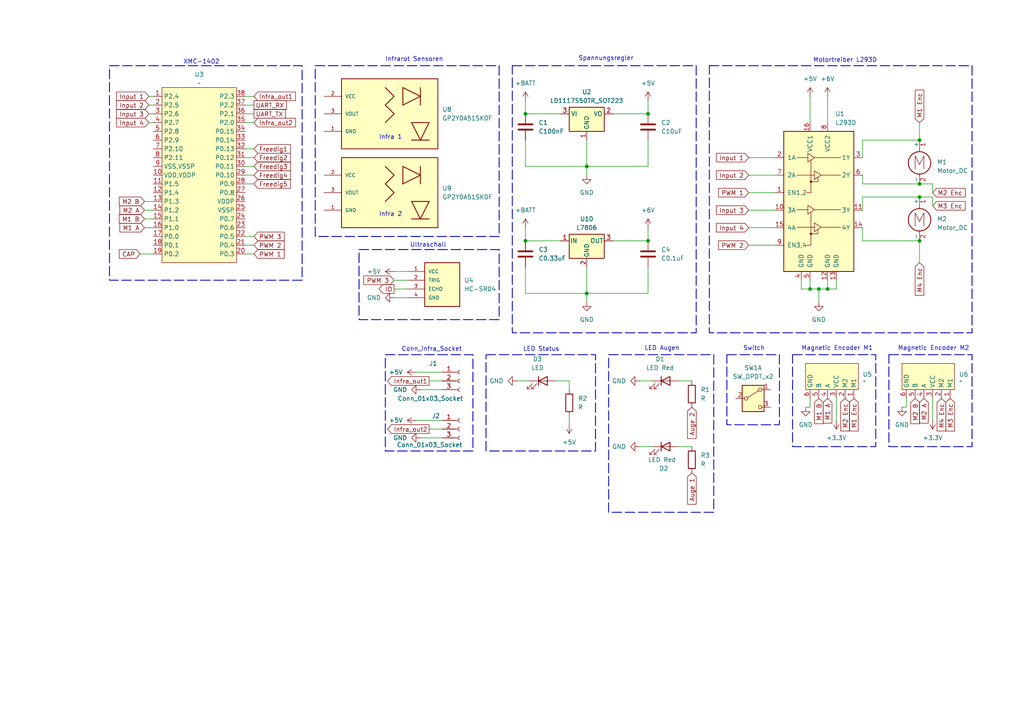
<source format=kicad_sch>
(kicad_sch (version 20231120) (generator "eeschema") (generator_version "8.0")
  (paper "A4")
  (title_block (title "Microrat") (date "2024-04-20"))
  (lib_symbols
    (symbol "Connector:Conn_01x03_Socket" (pin_names (offset 1.016) hide)
      (property "Reference" "J" (at 0 5.08 0))
      (property "Value" "Conn_01x03_Socket" (at 0 -5.08 0))
      (symbol "Conn_01x03_Socket_1_1"
        (arc (start 0 -2.032) (mid -0.5058 -2.54) (end 0 -3.048) (stroke (width 0.1524)))
        (polyline (pts (xy -1.27 -2.54) (xy -0.508 -2.54)) (stroke (width 0.1524)))
        (polyline (pts (xy -1.27 0) (xy -0.508 0)) (stroke (width 0.1524)))
        (polyline (pts (xy -1.27 2.54) (xy -0.508 2.54)) (stroke (width 0.1524)))
        (arc (start 0 0.508) (mid -0.5058 0) (end 0 -0.508) (stroke (width 0.1524)))
        (arc (start 0 3.048) (mid -0.5058 2.54) (end 0 2.032) (stroke (width 0.1524)))
        (pin passive line (at -5.08 2.54 0) (length 3.81) (name "Pin_1") (number "1"))
        (pin passive line (at -5.08 0 0) (length 3.81) (name "Pin_2") (number "2"))
        (pin passive line (at -5.08 -2.54 0) (length 3.81) (name "Pin_3") (number "3"))
      )
    )
    (symbol "Device:C" (pin_numbers hide) (pin_names (offset 0.254))
      (property "Reference" "C" (at 0.635 2.54 0))
      (property "Value" "C" (at 0.635 -2.54 0))
      (symbol "C_0_1"
        (polyline (pts (xy -2.032 -0.762) (xy 2.032 -0.762)) (stroke (width 0.508)))
        (polyline (pts (xy -2.032 0.762) (xy 2.032 0.762)) (stroke (width 0.508)))
      )
      (symbol "C_1_1"
        (pin passive line (at 0 3.81 270) (length 2.794) (name "~") (number "1"))
        (pin passive line (at 0 -3.81 90) (length 2.794) (name "~") (number "2"))
      )
    )
    (symbol "Device:LED" (pin_numbers hide) (pin_names (offset 1.016) hide)
      (property "Reference" "D" (at 0 2.54 0))
      (property "Value" "LED" (at 0 -2.54 0))
      (symbol "LED_0_1"
        (polyline (pts (xy -1.27 -1.27) (xy -1.27 1.27)) (stroke (width 0.254)))
        (polyline (pts (xy -1.27 0) (xy 1.27 0)))
        (polyline (pts (xy 1.27 -1.27) (xy 1.27 1.27) (xy -1.27 0) (xy 1.27 -1.27)) (stroke (width 0.254)))
        (polyline (pts (xy -3.048 -0.762) (xy -4.572 -2.286) (xy -3.81 -2.286) (xy -4.572 -2.286) (xy -4.572 -1.524)))
        (polyline (pts (xy -1.778 -0.762) (xy -3.302 -2.286) (xy -2.54 -2.286) (xy -3.302 -2.286) (xy -3.302 -1.524)))
      )
      (symbol "LED_1_1"
        (pin passive line (at -3.81 0 0) (length 2.54) (name "K") (number "1"))
        (pin passive line (at 3.81 0 180) (length 2.54) (name "A") (number "2"))
      )
    )
    (symbol "Device:R" (pin_numbers hide) (pin_names (offset 0))
      (property "Reference" "R" (at 2.032 0 90))
      (property "Value" "R" (at 0 0 90))
      (symbol "R_0_1"
        (rectangle (start -1.016 -2.54) (end 1.016 2.54) (stroke (width 0.254)))
      )
      (symbol "R_1_1"
        (pin passive line (at 0 3.81 270) (length 1.27) (name "~") (number "1"))
        (pin passive line (at 0 -3.81 90) (length 1.27) (name "~") (number "2"))
      )
    )
    (symbol "Driver_Motor:L293D" (pin_names (offset 1.016))
      (property "Reference" "U" (at -5.08 26.035 0))
      (property "Value" "L293D" (at -5.08 24.13 0))
      (symbol "L293D_0_1"
        (rectangle (start -10.16 22.86) (end 10.16 -17.78) (stroke (width 0.254)) (fill (type background)))
        (circle (center -2.286 -6.858) (radius 0.254) (fill (type outline)))
        (circle (center -2.286 8.255) (radius 0.254) (fill (type outline)))
        (polyline (pts (xy -6.35 -4.953) (xy -1.27 -4.953)))
        (polyline (pts (xy -6.35 0.127) (xy -3.175 0.127)))
        (polyline (pts (xy -6.35 10.16) (xy -1.27 10.16)))
        (polyline (pts (xy -6.35 15.24) (xy -3.175 15.24)))
        (polyline (pts (xy -1.27 0.127) (xy 6.35 0.127)))
        (polyline (pts (xy -1.27 15.24) (xy 6.35 15.24)))
        (polyline (pts (xy 0.635 -4.953) (xy 6.35 -4.953)))
        (polyline (pts (xy 0.635 10.16) (xy 6.35 10.16)))
        (polyline (pts (xy -2.286 -6.858) (xy -0.254 -6.858) (xy -0.254 -5.588)))
        (polyline (pts (xy -2.286 -0.635) (xy -2.286 -10.16) (xy -3.556 -10.16)))
        (polyline (pts (xy -2.286 8.255) (xy -0.254 8.255) (xy -0.254 9.525)))
        (polyline (pts (xy -2.286 14.478) (xy -2.286 5.08) (xy -3.556 5.08)))
        (polyline (pts (xy -3.175 1.397) (xy -3.175 -1.143) (xy -1.27 0.127) (xy -3.175 1.397)))
        (polyline (pts (xy -3.175 16.51) (xy -3.175 13.97) (xy -1.27 15.24) (xy -3.175 16.51)))
        (polyline (pts (xy -1.27 -3.683) (xy -1.27 -6.223) (xy 0.635 -4.953) (xy -1.27 -3.683)))
        (polyline (pts (xy -1.27 11.43) (xy -1.27 8.89) (xy 0.635 10.16) (xy -1.27 11.43)))
      )
      (symbol "L293D_1_1"
        (pin input line (at -12.7 5.08 0) (length 2.54) (name "EN1,2") (number "1"))
        (pin input line (at -12.7 0 0) (length 2.54) (name "3A") (number "10"))
        (pin output line (at 12.7 0 180) (length 2.54) (name "3Y") (number "11"))
        (pin power_in line (at 2.54 -20.32 90) (length 2.54) (name "GND") (number "12"))
        (pin power_in line (at 5.08 -20.32 90) (length 2.54) (name "GND") (number "13"))
        (pin output line (at 12.7 -5.08 180) (length 2.54) (name "4Y") (number "14"))
        (pin input line (at -12.7 -5.08 0) (length 2.54) (name "4A") (number "15"))
        (pin power_in line (at -2.54 25.4 270) (length 2.54) (name "VCC1") (number "16"))
        (pin input line (at -12.7 15.24 0) (length 2.54) (name "1A") (number "2"))
        (pin output line (at 12.7 15.24 180) (length 2.54) (name "1Y") (number "3"))
        (pin power_in line (at -5.08 -20.32 90) (length 2.54) (name "GND") (number "4"))
        (pin power_in line (at -2.54 -20.32 90) (length 2.54) (name "GND") (number "5"))
        (pin output line (at 12.7 10.16 180) (length 2.54) (name "2Y") (number "6"))
        (pin input line (at -12.7 10.16 0) (length 2.54) (name "2A") (number "7"))
        (pin power_in line (at 2.54 25.4 270) (length 2.54) (name "VCC2") (number "8"))
        (pin input line (at -12.7 -10.16 0) (length 2.54) (name "EN3,4") (number "9"))
      )
    )
    (symbol "GP2Y0A51SK0F:GP2Y0A21YK0F" (pin_names (offset 1.016))
      (property "Reference" "U" (at -12.7 0 0))
      (property "Value" "GP2Y0A51SK0F" (at -12.7 -2.54 0))
      (symbol "GP2Y0A21YK0F_0_0"
        (rectangle (start -12.7 2.54) (end 15.24 22.86) (stroke (width 0.254)) (fill (type background)))
        (polyline (pts (xy 0 15.24) (xy 2.54 12.7)) (stroke (width 0.254)))
        (polyline (pts (xy 0 20.32) (xy 2.54 17.78)) (stroke (width 0.254)))
        (polyline (pts (xy 2.54 12.7) (xy 0 10.16)) (stroke (width 0.254)))
        (polyline (pts (xy 2.54 17.78) (xy 0 15.24)) (stroke (width 0.254)))
        (polyline (pts (xy 5.08 15.24) (xy 10.16 17.78)) (stroke (width 0.254)))
        (polyline (pts (xy 5.08 20.32) (xy 5.08 15.24)) (stroke (width 0.254)))
        (polyline (pts (xy 7.62 5.08) (xy 12.7 5.08)) (stroke (width 0.254)))
        (polyline (pts (xy 7.62 10.16) (xy 10.16 5.08)) (stroke (width 0.254)))
        (polyline (pts (xy 10.16 5.08) (xy 12.7 10.16)) (stroke (width 0.254)))
        (polyline (pts (xy 10.16 17.78) (xy 5.08 20.32)) (stroke (width 0.254)))
        (polyline (pts (xy 10.16 20.32) (xy 10.16 15.24)) (stroke (width 0.254)))
        (polyline (pts (xy 12.7 10.16) (xy 7.62 10.16)) (stroke (width 0.254)))
        (pin bidirectional line (at -17.78 7.62 0) (length 5.08) (name "GND") (number "1"))
        (pin bidirectional line (at -17.78 17.78 0) (length 5.08) (name "VCC") (number "2"))
        (pin bidirectional line (at -17.78 12.7 0) (length 5.08) (name "VOUT") (number "3"))
      )
    )
    (symbol "HC-SR04:HC-SR04" (pin_names (offset 1.016))
      (property "Reference" "U" (at 0 5.0813 0))
      (property "Value" "HC-SR04" (at 0 -10.163 0))
      (symbol "HC-SR04_0_0"
        (rectangle (start 0 -7.62) (end 10.16 5.08) (stroke (width 0.254)) (fill (type background)))
        (pin power_in line (at -5.08 2.54 0) (length 5.08) (name "VCC") (number "1"))
        (pin bidirectional line (at -5.08 0 0) (length 5.08) (name "TRIG") (number "2"))
        (pin bidirectional line (at -5.08 -2.54 0) (length 5.08) (name "ECHO") (number "3"))
        (pin power_in line (at -5.08 -5.08 0) (length 5.08) (name "GND") (number "4"))
      )
    )
    (symbol "Motor:Motor_DC" (pin_names (offset 0))
      (property "Reference" "M" (at 2.54 2.54 0))
      (property "Value" "Motor_DC" (at 2.54 -5.08 0))
      (symbol "Motor_DC_0_0"
        (polyline (pts (xy -1.27 -3.302) (xy -1.27 0.508) (xy 0 -2.032) (xy 1.27 0.508) (xy 1.27 -3.302)))
      )
      (symbol "Motor_DC_0_1"
        (circle (center 0 -1.524) (radius 3.2512) (stroke (width 0.254)))
        (polyline (pts (xy 0 -7.62) (xy 0 -7.112)))
        (polyline (pts (xy 0 -4.7752) (xy 0 -5.1816)))
        (polyline (pts (xy 0 1.7272) (xy 0 2.0828)))
        (polyline (pts (xy 0 2.032) (xy 0 2.54)))
      )
      (symbol "Motor_DC_1_1"
        (pin passive line (at 0 5.08 270) (length 2.54) (name "+") (number "1"))
        (pin passive line (at 0 -7.62 90) (length 2.54) (name "-") (number "2"))
      )
    )
    (symbol "New_Library:Magnetic_Encoder_1"
      (property "Reference" "U" (at -3.81 12.954 0))
      (symbol "Magnetic_Encoder_1_1_1"
        (rectangle (start -11.43 11.43) (end 3.81 3.81) (fill (type background)))
        (pin input line (at 2.54 1.27 90) (length 2.54) (name "M1") (number "1"))
        (pin input line (at 0 1.27 90) (length 2.54) (name "M2") (number "2"))
        (pin input line (at -2.54 1.27 90) (length 2.54) (name "VCC") (number "3"))
        (pin output line (at -5.08 1.27 90) (length 2.54) (name "A") (number "4"))
        (pin output line (at -7.62 1.27 90) (length 2.54) (name "B") (number "5"))
        (pin input line (at -10.16 1.27 90) (length 2.54) (name "GND") (number "6"))
      )
    )
    (symbol "Regulator_Linear:L7806" (pin_names (offset 0.254))
      (property "Reference" "U" (at -3.81 3.175 0))
      (property "Value" "L7806" (at 0 3.175 0))
      (symbol "L7806_0_1"
        (rectangle (start -5.08 1.905) (end 5.08 -5.08) (stroke (width 0.254)) (fill (type background)))
      )
      (symbol "L7806_1_1"
        (pin power_in line (at -7.62 0 0) (length 2.54) (name "IN") (number "1"))
        (pin power_in line (at 0 -7.62 90) (length 2.54) (name "GND") (number "2"))
        (pin power_out line (at 7.62 0 180) (length 2.54) (name "OUT") (number "3"))
      )
    )
    (symbol "Regulator_Linear:LD1117S50TR_SOT223"
      (property "Reference" "U" (at -3.81 3.175 0))
      (property "Value" "LD1117S50TR_SOT223" (at 0 3.175 0))
      (symbol "LD1117S50TR_SOT223_0_1"
        (rectangle (start -5.08 -5.08) (end 5.08 1.905) (stroke (width 0.254)) (fill (type background)))
      )
      (symbol "LD1117S50TR_SOT223_1_1"
        (pin power_in line (at 0 -7.62 90) (length 2.54) (name "GND") (number "1"))
        (pin power_out line (at 7.62 0 180) (length 2.54) (name "VO") (number "2"))
        (pin power_in line (at -7.62 0 0) (length 2.54) (name "VI") (number "3"))
      )
    )
    (symbol "Switch:SW_DPDT_x2" (pin_names (offset 0) hide)
      (property "Reference" "SW" (at 0 5.08 0))
      (property "Value" "SW_DPDT_x2" (at 0 -5.08 0))
      (symbol "SW_DPDT_x2_0_0"
        (circle (center -2.032 0) (radius 0.508))
        (circle (center 2.032 -2.54) (radius 0.508))
      )
      (symbol "SW_DPDT_x2_0_1"
        (rectangle (start -3.175 3.81) (end 3.175 -3.81) (stroke (width 0.254)) (fill (type background)))
        (polyline (pts (xy -1.524 0.254) (xy 1.5748 2.286)))
        (circle (center 2.032 2.54) (radius 0.508))
      )
      (symbol "SW_DPDT_x2_1_1"
        (pin passive line (at 5.08 2.54 180) (length 2.54) (name "A") (number "1"))
        (pin passive line (at -5.08 0 0) (length 2.54) (name "B") (number "2"))
        (pin passive line (at 5.08 -2.54 180) (length 2.54) (name "C") (number "3"))
      )
      (symbol "SW_DPDT_x2_2_1"
        (pin passive line (at 5.08 2.54 180) (length 2.54) (name "A") (number "4"))
        (pin passive line (at -5.08 0 0) (length 2.54) (name "B") (number "5"))
        (pin passive line (at 5.08 -2.54 180) (length 2.54) (name "C") (number "6"))
      )
    )
    (symbol "XMC1402:XMC1402"
      (property "Reference" "U" (at 3.81 15.494 0))
      (symbol "XMC1402_1_1"
        (rectangle (start -6.35 13.97) (end 15.24 -36.83) (fill (type background)))
        (pin input line (at -8.89 11.43 0) (length 2.54) (name "P2.4") (number "1"))
        (pin power_in line (at -8.89 -11.43 0) (length 2.54) (name "VDD,VDDP") (number "10"))
        (pin input line (at -8.89 -13.97 0) (length 2.54) (name "P1.5") (number "11"))
        (pin input line (at -8.89 -16.51 0) (length 2.54) (name "P1.4") (number "12"))
        (pin input line (at -8.89 -19.05 0) (length 2.54) (name "P1.3") (number "13"))
        (pin input line (at -8.89 -21.59 0) (length 2.54) (name "P1.2") (number "14"))
        (pin input line (at -8.89 -24.13 0) (length 2.54) (name "P1.1") (number "15"))
        (pin input line (at -8.89 -26.67 0) (length 2.54) (name "P1.0") (number "16"))
        (pin input line (at -8.89 -29.21 0) (length 2.54) (name "P0.0") (number "17"))
        (pin input line (at -8.89 -31.75 0) (length 2.54) (name "P0.1") (number "18"))
        (pin input line (at -8.89 -34.29 0) (length 2.54) (name "P0.2") (number "19"))
        (pin input line (at -8.89 8.89 0) (length 2.54) (name "P2.5") (number "2"))
        (pin input line (at 17.78 -34.29 180) (length 2.54) (name "P0.3") (number "20"))
        (pin input line (at 17.78 -31.75 180) (length 2.54) (name "P0.4") (number "21"))
        (pin input line (at 17.78 -29.21 180) (length 2.54) (name "P0.5") (number "22"))
        (pin input line (at 17.78 -26.67 180) (length 2.54) (name "P0.6") (number "23"))
        (pin input line (at 17.78 -24.13 180) (length 2.54) (name "P0.7") (number "24"))
        (pin power_in line (at 17.78 -21.59 180) (length 2.54) (name "VSSP") (number "25"))
        (pin power_in line (at 17.78 -19.05 180) (length 2.54) (name "VDDP") (number "26"))
        (pin input line (at 17.78 -16.51 180) (length 2.54) (name "P0.8") (number "27"))
        (pin input line (at 17.78 -13.97 180) (length 2.54) (name "P0.9") (number "28"))
        (pin input line (at 17.78 -11.43 180) (length 2.54) (name "P0.10") (number "29"))
        (pin input line (at -8.89 6.35 0) (length 2.54) (name "P2.6") (number "3"))
        (pin input line (at 17.78 -8.89 180) (length 2.54) (name "P0.11") (number "30"))
        (pin input line (at 17.78 -6.35 180) (length 2.54) (name "P0.12") (number "31"))
        (pin input line (at 17.78 -3.81 180) (length 2.54) (name "P0.13") (number "32"))
        (pin input line (at 17.78 -1.27 180) (length 2.54) (name "P0.14") (number "33"))
        (pin input line (at 17.78 1.27 180) (length 2.54) (name "P0.15") (number "34"))
        (pin input line (at 17.78 3.81 180) (length 2.54) (name "P2.0") (number "35"))
        (pin input line (at 17.78 6.35 180) (length 2.54) (name "P2.1") (number "36"))
        (pin input line (at 17.78 8.89 180) (length 2.54) (name "P2.2") (number "37"))
        (pin input line (at 17.78 11.43 180) (length 2.54) (name "P2.3") (number "38"))
        (pin input line (at -8.89 3.81 0) (length 2.54) (name "P2.7") (number "4"))
        (pin input line (at -8.89 1.27 0) (length 2.54) (name "P2.8") (number "5"))
        (pin input line (at -8.89 -1.27 0) (length 2.54) (name "P2.9") (number "6"))
        (pin input line (at -8.89 -3.81 0) (length 2.54) (name "P2.10") (number "7"))
        (pin input line (at -8.89 -6.35 0) (length 2.54) (name "P2.11") (number "8"))
        (pin power_in line (at -8.89 -8.89 0) (length 2.54) (name "VSS,VSSP") (number "9"))
      )
    )
    (symbol "power:+3.3V" (power) (pin_numbers hide) (pin_names (offset 0) hide)
      (property "Value" "+3.3V" (at 0 3.556 0))
      (symbol "+3.3V_0_1"
        (polyline (pts (xy -0.762 1.27) (xy 0 2.54)))
        (polyline (pts (xy 0 0) (xy 0 2.54)))
        (polyline (pts (xy 0 2.54) (xy 0.762 1.27)))
      )
      (symbol "+3.3V_1_1"
        (pin power_in line (at 0 0 90) (length 0) (name "~") (number "1"))
      )
    )
    (symbol "power:+5V" (power) (pin_numbers hide) (pin_names (offset 0) hide)
      (property "Value" "+5V" (at 0 3.556 0))
      (symbol "+5V_0_1"
        (polyline (pts (xy -0.762 1.27) (xy 0 2.54)))
        (polyline (pts (xy 0 0) (xy 0 2.54)))
        (polyline (pts (xy 0 2.54) (xy 0.762 1.27)))
      )
      (symbol "+5V_1_1"
        (pin power_in line (at 0 0 90) (length 0) (name "~") (number "1"))
      )
    )
    (symbol "power:+6V" (power) (pin_numbers hide) (pin_names (offset 0) hide)
      (property "Value" "+6V" (at 0 3.556 0))
      (symbol "+6V_0_1"
        (polyline (pts (xy -0.762 1.27) (xy 0 2.54)))
        (polyline (pts (xy 0 0) (xy 0 2.54)))
        (polyline (pts (xy 0 2.54) (xy 0.762 1.27)))
      )
      (symbol "+6V_1_1"
        (pin power_in line (at 0 0 90) (length 0) (name "~") (number "1"))
      )
    )
    (symbol "power:+BATT" (power) (pin_numbers hide) (pin_names (offset 0) hide)
      (property "Value" "+BATT" (at 0 3.556 0))
      (symbol "+BATT_0_1"
        (polyline (pts (xy -0.762 1.27) (xy 0 2.54)))
        (polyline (pts (xy 0 0) (xy 0 2.54)))
        (polyline (pts (xy 0 2.54) (xy 0.762 1.27)))
      )
      (symbol "+BATT_1_1"
        (pin power_in line (at 0 0 90) (length 0) (name "~") (number "1"))
      )
    )
    (symbol "power:GND" (power) (pin_numbers hide) (pin_names (offset 0) hide)
      (property "Value" "GND" (at 0 -3.81 0))
      (symbol "GND_0_1"
        (polyline (pts (xy 0 0) (xy 0 -1.27) (xy 1.27 -1.27) (xy 0 -2.54) (xy -1.27 -1.27) (xy 0 -1.27)))
      )
      (symbol "GND_1_1"
        (pin power_in line (at 0 0 270) (length 0) (name "~") (number "1"))
      )
    )
  )
  (junction (at 240.03 83.82))
  (junction (at 170.18 85.09))
  (junction (at 266.7 69.85))
  (junction (at 187.96 33.02))
  (junction (at 187.96 69.85))
  (junction (at 234.95 83.82))
  (junction (at 152.4 69.85))
  (junction (at 170.18 48.26))
  (junction (at 266.7 53.34))
  (junction (at 237.49 83.82))
  (junction (at 266.7 40.64))
  (junction (at 266.7 57.15))
  (junction (at 152.4 33.02))
  (wire (pts (xy 120.65 121.92) (xy 128.27 121.92)))
  (wire (pts (xy 152.4 77.47) (xy 152.4 85.09)))
  (wire (pts (xy 240.03 83.82) (xy 237.49 83.82)))
  (wire (pts (xy 43.18 30.48) (xy 44.45 30.48)))
  (wire (pts (xy 250.19 57.15) (xy 266.7 57.15)))
  (wire (pts (xy 250.19 45.72) (xy 250.19 40.64)))
  (wire (pts (xy 250.19 53.34) (xy 250.19 50.8)))
  (wire (pts (xy 266.7 35.56) (xy 266.7 40.64)))
  (wire (pts (xy 40.64 73.66) (xy 44.45 73.66)))
  (wire (pts (xy 187.96 66.04) (xy 187.96 69.85)))
  (wire (pts (xy 41.91 58.42) (xy 44.45 58.42)))
  (wire (pts (xy 124.46 124.46) (xy 128.27 124.46)))
  (wire (pts (xy 71.12 30.48) (xy 73.66 30.48)))
  (wire (pts (xy 240.03 81.28) (xy 240.03 83.82)))
  (wire (pts (xy 170.18 48.26) (xy 170.18 50.8)))
  (wire (pts (xy 250.19 60.96) (xy 250.19 57.15)))
  (wire (pts (xy 266.7 53.34) (xy 250.19 53.34)))
  (wire (pts (xy 187.96 40.64) (xy 187.96 48.26)))
  (wire (pts (xy 232.41 81.28) (xy 232.41 83.82)))
  (wire (pts (xy 234.95 27.94) (xy 234.95 35.56)))
  (wire (pts (xy 217.17 50.8) (xy 224.79 50.8)))
  (wire (pts (xy 262.89 118.11) (xy 262.89 115.57)))
  (wire (pts (xy 124.46 110.49) (xy 128.27 110.49)))
  (wire (pts (xy 233.68 118.11) (xy 234.95 118.11)))
  (wire (pts (xy 165.1 120.65) (xy 165.1 123.19)))
  (wire (pts (xy 165.1 110.49) (xy 165.1 113.03)))
  (wire (pts (xy 270.51 53.34) (xy 266.7 53.34)))
  (wire (pts (xy 41.91 66.04) (xy 44.45 66.04)))
  (wire (pts (xy 71.12 48.26) (xy 73.66 48.26)))
  (wire (pts (xy 217.17 45.72) (xy 224.79 45.72)))
  (wire (pts (xy 250.19 69.85) (xy 250.19 66.04)))
  (wire (pts (xy 71.12 73.66) (xy 73.66 73.66)))
  (wire (pts (xy 187.96 77.47) (xy 187.96 85.09)))
  (wire (pts (xy 270.51 55.88) (xy 270.51 53.34)))
  (wire (pts (xy 185.42 110.49) (xy 189.23 110.49)))
  (wire (pts (xy 187.96 29.21) (xy 187.96 33.02)))
  (wire (pts (xy 43.18 33.02) (xy 44.45 33.02)))
  (wire (pts (xy 170.18 40.64) (xy 170.18 48.26)))
  (wire (pts (xy 270.51 59.69) (xy 270.51 57.15)))
  (wire (pts (xy 196.85 129.54) (xy 200.66 129.54)))
  (wire (pts (xy 170.18 85.09) (xy 170.18 87.63)))
  (wire (pts (xy 71.12 50.8) (xy 73.66 50.8)))
  (wire (pts (xy 232.41 83.82) (xy 234.95 83.82)))
  (wire (pts (xy 240.03 27.94) (xy 240.03 35.56)))
  (wire (pts (xy 177.8 33.02) (xy 187.96 33.02)))
  (wire (pts (xy 189.23 129.54) (xy 185.42 129.54)))
  (wire (pts (xy 177.8 69.85) (xy 187.96 69.85)))
  (wire (pts (xy 43.18 27.94) (xy 44.45 27.94)))
  (wire (pts (xy 71.12 27.94) (xy 73.66 27.94)))
  (wire (pts (xy 149.86 110.49) (xy 153.67 110.49)))
  (wire (pts (xy 234.95 83.82) (xy 234.95 81.28)))
  (wire (pts (xy 170.18 77.47) (xy 170.18 85.09)))
  (wire (pts (xy 217.17 55.88) (xy 224.79 55.88)))
  (wire (pts (xy 242.57 121.92) (xy 242.57 115.57)))
  (wire (pts (xy 41.91 63.5) (xy 44.45 63.5)))
  (wire (pts (xy 270.51 121.92) (xy 270.51 115.57)))
  (wire (pts (xy 237.49 87.63) (xy 237.49 83.82)))
  (wire (pts (xy 41.91 60.96) (xy 44.45 60.96)))
  (wire (pts (xy 266.7 69.85) (xy 250.19 69.85)))
  (wire (pts (xy 196.85 110.49) (xy 200.66 110.49)))
  (wire (pts (xy 234.95 118.11) (xy 234.95 115.57)))
  (wire (pts (xy 71.12 45.72) (xy 73.66 45.72)))
  (wire (pts (xy 217.17 60.96) (xy 224.79 60.96)))
  (wire (pts (xy 114.3 81.28) (xy 118.11 81.28)))
  (wire (pts (xy 242.57 81.28) (xy 242.57 83.82)))
  (wire (pts (xy 152.4 40.64) (xy 152.4 48.26)))
  (wire (pts (xy 161.29 110.49) (xy 165.1 110.49)))
  (wire (pts (xy 187.96 85.09) (xy 170.18 85.09)))
  (wire (pts (xy 114.3 78.74) (xy 118.11 78.74)))
  (wire (pts (xy 217.17 71.12) (xy 224.79 71.12)))
  (wire (pts (xy 152.4 33.02) (xy 162.56 33.02)))
  (wire (pts (xy 43.18 35.56) (xy 44.45 35.56)))
  (wire (pts (xy 71.12 33.02) (xy 73.66 33.02)))
  (wire (pts (xy 237.49 83.82) (xy 234.95 83.82)))
  (wire (pts (xy 120.65 107.95) (xy 128.27 107.95)))
  (wire (pts (xy 152.4 29.21) (xy 152.4 33.02)))
  (wire (pts (xy 114.3 83.82) (xy 118.11 83.82)))
  (wire (pts (xy 152.4 66.04) (xy 152.4 69.85)))
  (wire (pts (xy 152.4 48.26) (xy 170.18 48.26)))
  (wire (pts (xy 71.12 71.12) (xy 73.66 71.12)))
  (wire (pts (xy 266.7 69.85) (xy 266.7 76.2)))
  (wire (pts (xy 152.4 85.09) (xy 170.18 85.09)))
  (wire (pts (xy 121.92 113.03) (xy 128.27 113.03)))
  (wire (pts (xy 187.96 48.26) (xy 170.18 48.26)))
  (wire (pts (xy 114.3 86.36) (xy 118.11 86.36)))
  (wire (pts (xy 270.51 57.15) (xy 266.7 57.15)))
  (wire (pts (xy 71.12 53.34) (xy 73.66 53.34)))
  (wire (pts (xy 121.92 127) (xy 128.27 127)))
  (wire (pts (xy 261.62 118.11) (xy 262.89 118.11)))
  (wire (pts (xy 250.19 40.64) (xy 266.7 40.64)))
  (wire (pts (xy 217.17 66.04) (xy 224.79 66.04)))
  (wire (pts (xy 242.57 83.82) (xy 240.03 83.82)))
  (wire (pts (xy 71.12 68.58) (xy 73.66 68.58)))
  (wire (pts (xy 152.4 69.85) (xy 162.56 69.85)))
  (wire (pts (xy 71.12 35.56) (xy 73.66 35.56)))
  (wire (pts (xy 71.12 43.18) (xy 73.66 43.18)))
  (rectangle (start 205.74 19.05) (end 281.94 96.52) (stroke (width 0.254) (type dash)))
  (rectangle (start 111.76 102.87) (end 137.16 130.81) (stroke (width 0.254) (type dash)))
  (rectangle (start 31.75 19.05) (end 87.63 81.28) (stroke (width 0.254) (type dash)))
  (rectangle (start 104.14 72.39) (end 144.78 92.71) (stroke (width 0.254) (type dash)))
  (rectangle (start 257.81 102.87) (end 281.94 129.54) (stroke (width 0.254) (type dash)))
  (rectangle (start 140.97 102.87) (end 172.72 130.81) (stroke (width 0.254) (type dash)))
  (rectangle (start 91.44 19.05) (end 144.78 68.58) (stroke (width 0.254) (type dash)))
  (rectangle (start 176.53 102.87) (end 207.01 148.59) (stroke (width 0.254) (type dash)))
  (rectangle (start 148.59 19.05) (end 201.93 96.52) (stroke (width 0.254) (type dash)))
  (rectangle (start 279.4 106.68) (end 279.4 106.68))
  (rectangle (start 229.87 102.87) (end 254 129.54) (stroke (width 0.254) (type dash)))
  (rectangle (start 210.82 102.87) (end 226.06 123.19) (stroke (width 0.254) (type dash)))
  (text "Magnetic Encoder M2" (at 270.764 101.092 0) (effects (font (size 1.27 1.27))))
  (text "XMC-1402" (at 58.42 18.034 0) (effects (font (size 1.27 1.27))))
  (text "Infra 2" (at 113.284 62.23 0) (effects (font (size 1.27 1.27))))
  (text "LED Status" (at 156.972 101.346 0) (effects (font (size 1.27 1.27))))
  (text "LED Augen" (at 192.024 101.092 0) (effects (font (size 1.27 1.27))))
  (text "Conn_infra_Socket" (at 125.222 101.346 0) (effects (font (size 1.27 1.27))))
  (text "Spannungsregler" (at 175.768 17.018 0) (effects (font (size 1.27 1.27))))
  (text "Ultraschall" (at 124.206 71.12 0) (effects (font (size 1.27 1.27))))
  (text "Switch" (at 218.694 101.092 0) (effects (font (size 1.27 1.27))))
  (text "Infra 1" (at 113.284 39.878 0) (effects (font (size 1.27 1.27))))
  (text "Infrarot Sensoren" (at 120.142 17.272 0) (effects (font (size 1.27 1.27))))
  (text "Magnetic Encoder M1" (at 242.824 101.092 0) (effects (font (size 1.27 1.27))))
  (text "Motortreiber L293D" (at 245.11 17.526 0) (effects (font (size 1.27 1.27))))
  (global_label "Freedig3" (shape input) (at 73.66 48.26 0) (property "Intersheetrefs" "${INTERSHEET_REFS}" (effects (hide yes))))
  (global_label "PWM 1" (shape input) (at 217.17 55.88 180) (property "Intersheetrefs" "${INTERSHEET_REFS}" (effects (hide yes))))
  (global_label "M1 Enc" (shape input) (at 247.65 115.57 270) (property "Intersheetrefs" "${INTERSHEET_REFS}" (effects (hide yes))))
  (global_label "Input 4" (shape input) (at 217.17 66.04 180) (property "Intersheetrefs" "${INTERSHEET_REFS}" (effects (hide yes))))
  (global_label "Input 2" (shape input) (at 43.18 30.48 180) (property "Intersheetrefs" "${INTERSHEET_REFS}" (effects (hide yes))))
  (global_label "Infra_out1" (shape output) (at 124.46 110.49 180) (property "Intersheetrefs" "${INTERSHEET_REFS}" (effects (hide yes))))
  (global_label "M3 Enc" (shape input) (at 270.51 59.69 0) (property "Intersheetrefs" "${INTERSHEET_REFS}" (effects (hide yes))))
  (global_label "Freedig5" (shape input) (at 73.66 53.34 0) (property "Intersheetrefs" "${INTERSHEET_REFS}" (effects (hide yes))))
  (global_label "M2 A" (shape input) (at 41.91 60.96 180) (property "Intersheetrefs" "${INTERSHEET_REFS}" (effects (hide yes))))
  (global_label "Input 3" (shape input) (at 43.18 33.02 180) (property "Intersheetrefs" "${INTERSHEET_REFS}" (effects (hide yes))))
  (global_label "UART_TX" (shape passive) (at 73.66 33.02 0) (property "Intersheetrefs" "${INTERSHEET_REFS}" (effects (hide yes))))
  (global_label "M1 A" (shape input) (at 41.91 66.04 180) (property "Intersheetrefs" "${INTERSHEET_REFS}" (effects (hide yes))))
  (global_label "PWM 1" (shape input) (at 73.66 73.66 0) (property "Intersheetrefs" "${INTERSHEET_REFS}" (effects (hide yes))))
  (global_label "UART_RX" (shape passive) (at 73.66 30.48 0) (property "Intersheetrefs" "${INTERSHEET_REFS}" (effects (hide yes))))
  (global_label "IO" (shape output) (at 114.3 83.82 180) (property "Intersheetrefs" "${INTERSHEET_REFS}" (effects (hide yes))))
  (global_label "Infra_out2" (shape output) (at 124.46 124.46 180) (property "Intersheetrefs" "${INTERSHEET_REFS}" (effects (hide yes))))
  (global_label "Auge 1" (shape input) (at 200.66 137.16 270) (property "Intersheetrefs" "${INTERSHEET_REFS}" (effects (hide yes))))
  (global_label "M2 Enc" (shape input) (at 245.11 115.57 270) (property "Intersheetrefs" "${INTERSHEET_REFS}" (effects (hide yes))))
  (global_label "Infra_out2" (shape input) (at 73.66 35.56 0) (property "Intersheetrefs" "${INTERSHEET_REFS}" (effects (hide yes))))
  (global_label "M2 B" (shape input) (at 265.43 115.57 270) (property "Intersheetrefs" "${INTERSHEET_REFS}" (effects (hide yes))))
  (global_label "Freedig2" (shape input) (at 73.66 45.72 0) (property "Intersheetrefs" "${INTERSHEET_REFS}" (effects (hide yes))))
  (global_label "Input 3" (shape input) (at 217.17 60.96 180) (property "Intersheetrefs" "${INTERSHEET_REFS}" (effects (hide yes))))
  (global_label "Input 4" (shape input) (at 43.18 35.56 180) (property "Intersheetrefs" "${INTERSHEET_REFS}" (effects (hide yes))))
  (global_label "M4 Enc" (shape input) (at 266.7 76.2 270) (property "Intersheetrefs" "${INTERSHEET_REFS}" (effects (hide yes))))
  (global_label "Freedig4" (shape input) (at 73.66 50.8 0) (property "Intersheetrefs" "${INTERSHEET_REFS}" (effects (hide yes))))
  (global_label "M2 A" (shape input) (at 267.97 115.57 270) (property "Intersheetrefs" "${INTERSHEET_REFS}" (effects (hide yes))))
  (global_label "M1 B" (shape input) (at 41.91 63.5 180) (property "Intersheetrefs" "${INTERSHEET_REFS}" (effects (hide yes))))
  (global_label "PWM 3" (shape input) (at 73.66 68.58 0) (property "Intersheetrefs" "${INTERSHEET_REFS}" (effects (hide yes))))
  (global_label "Input 1" (shape input) (at 43.18 27.94 180) (property "Intersheetrefs" "${INTERSHEET_REFS}" (effects (hide yes))))
  (global_label "PWM 2" (shape input) (at 217.17 71.12 180) (property "Intersheetrefs" "${INTERSHEET_REFS}" (effects (hide yes))))
  (global_label "M1 Enc" (shape input) (at 266.7 35.56 90) (property "Intersheetrefs" "${INTERSHEET_REFS}" (effects (hide yes))))
  (global_label "M1 A" (shape input) (at 240.03 115.57 270) (property "Intersheetrefs" "${INTERSHEET_REFS}" (effects (hide yes))))
  (global_label "Freedig1" (shape input) (at 73.66 43.18 0) (property "Intersheetrefs" "${INTERSHEET_REFS}" (effects (hide yes))))
  (global_label "M2 B" (shape input) (at 41.91 58.42 180) (property "Intersheetrefs" "${INTERSHEET_REFS}" (effects (hide yes))))
  (global_label "CAP" (shape input) (at 40.64 73.66 180) (property "Intersheetrefs" "${INTERSHEET_REFS}" (effects (hide yes))))
  (global_label "M1 B" (shape input) (at 237.49 115.57 270) (property "Intersheetrefs" "${INTERSHEET_REFS}" (effects (hide yes))))
  (global_label "PWM 3" (shape input) (at 114.3 81.28 180) (property "Intersheetrefs" "${INTERSHEET_REFS}" (effects (hide yes))))
  (global_label "Auge 2" (shape input) (at 200.66 118.11 270) (property "Intersheetrefs" "${INTERSHEET_REFS}" (effects (hide yes))))
  (global_label "Input 1" (shape input) (at 217.17 45.72 180) (property "Intersheetrefs" "${INTERSHEET_REFS}" (effects (hide yes))))
  (global_label "M3 Enc" (shape input) (at 275.59 115.57 270) (property "Intersheetrefs" "${INTERSHEET_REFS}" (effects (hide yes))))
  (global_label "Infra_out1" (shape input) (at 73.66 27.94 0) (property "Intersheetrefs" "${INTERSHEET_REFS}" (effects (hide yes))))
  (global_label "M2 Enc" (shape input) (at 270.51 55.88 0) (property "Intersheetrefs" "${INTERSHEET_REFS}" (effects (hide yes))))
  (global_label "Input 2" (shape input) (at 217.17 50.8 180) (property "Intersheetrefs" "${INTERSHEET_REFS}" (effects (hide yes))))
  (global_label "M4 Enc" (shape input) (at 273.05 115.57 270) (property "Intersheetrefs" "${INTERSHEET_REFS}" (effects (hide yes))))
  (global_label "PWM 2" (shape input) (at 73.66 71.12 0) (property "Intersheetrefs" "${INTERSHEET_REFS}" (effects (hide yes))))
  (symbol (lib_id "Regulator_Linear:L7806") (at 170.18 69.85 0) (unit 1)
    (property "Reference" "U10" (at 170.18 63.5 0))
    (property "Value" "L7806" (at 170.18 66.04 0))
    (property "Footprint" "Package_TO_SOT_THT:TO-220-3_Horizontal_TabDown" (effects (hide yes)))
    (property "Datasheet" "http://www.st.com/content/ccc/resource/technical/document/datasheet/41/4f/b3/b0/12/d4/47/88/CD00000444.pdf/files/CD00000444.pdf/jcr:content/translations/en.CD00000444.pdf" (effects (hide yes)))
    (property "Description" "Positive 1.5A 35V Linear Regulator, Fixed Output 6V, TO-220/TO-263/TO-252" (effects (hide yes)))
  )
  (symbol (lib_id "power:GND") (at 237.49 87.63 0) (unit 1)
    (property "Reference" "#PWR01" (effects (hide yes)))
    (property "Value" "GND" (at 237.49 92.71 0))
    (property "Description" "Power symbol creates a global label with name \"GND\" , ground" (effects (hide yes)))
  )
  (symbol (lib_id "power:+6V") (at 187.96 66.04 0) (unit 1)
    (property "Reference" "#PWR09" (effects (hide yes)))
    (property "Value" "+6V" (at 187.96 60.96 0))
    (property "Description" "Power symbol creates a global label with name \"+6V\"" (effects (hide yes)))
  )
  (symbol (lib_id "Device:LED") (at 157.48 110.49 0) (unit 1)
    (property "Reference" "D3" (at 155.8925 104.14 0))
    (property "Value" "LED" (at 155.8925 106.68 0))
    (property "Footprint" "LED_SMD:LED_1206_3216Metric" (effects (hide yes)))
    (property "Description" "Light emitting diode" (effects (hide yes)))
  )
  (symbol (lib_id "Device:LED") (at 193.04 129.54 0) (unit 1)
    (property "Reference" "D2" (at 192.532 135.89 0))
    (property "Value" "LED Red" (at 192.024 133.35 0))
    (property "Description" "Light emitting diode" (effects (hide yes)))
  )
  (symbol (lib_id "GP2Y0A51SK0F:GP2Y0A21YK0F") (at 111.76 45.72 0) (unit 1)
    (property "Reference" "U8" (at 128.27 31.7499 0) (effects (justify left)))
    (property "Value" "GP2Y0A51SK0F" (at 128.27 34.2899 0) (effects (justify left)))
    (property "Footprint" "GP2Y0A21YK0F:22-23-2031" (effects (hide yes)))
    (property "MF" "SHARP/Socle Technology" (effects (hide yes)))
    (property "Description_1" "\nOptical Sensor 10 ~ 80cm Analog Output\n" (effects (hide yes)))
    (property "Package" "HVQFN-32 Sharp Microelectronics" (effects (hide yes)))
    (property "Price" "None" (effects (hide yes)))
    (property "SnapEDA_Link" "https://www.snapeda.com/parts/GP2Y0A21YK0F/SHARP%252FSocle+Technology/view-part/?ref=snap" (effects (hide yes)))
    (property "MP" "GP2Y0A21YK0F" (effects (hide yes)))
    (property "Availability" "In Stock" (effects (hide yes)))
    (property "Check_prices" "https://www.snapeda.com/parts/GP2Y0A21YK0F/SHARP%252FSocle+Technology/view-part/?ref=eda" (effects (hide yes)))
  )
  (symbol (lib_id "power:+5V") (at 187.96 29.21 0) (unit 1)
    (property "Reference" "#PWR05" (effects (hide yes)))
    (property "Value" "+5V" (at 187.96 24.13 0))
    (property "Description" "Power symbol creates a global label with name \"+5V\"" (effects (hide yes)))
  )
  (symbol (lib_id "Device:C") (at 187.96 36.83 0) (unit 1)
    (property "Reference" "C2" (at 191.77 35.5599 0) (effects (justify left)))
    (property "Value" "C10uF" (at 191.77 38.0999 0) (effects (justify left)))
    (property "Description" "Unpolarized capacitor" (effects (hide yes)))
  )
  (symbol (lib_id "Motor:Motor_DC") (at 266.7 45.72 0) (unit 1)
    (property "Reference" "M1" (at 271.78 46.9899 0) (effects (justify left)))
    (property "Value" "Motor_DC" (at 271.78 49.5299 0) (effects (justify left)))
    (property "Description" "DC Motor" (effects (hide yes)))
  )
  (symbol (lib_id "power:GND") (at 121.92 127 270) (unit 1)
    (property "Reference" "#PWR021" (effects (hide yes)))
    (property "Value" "GND" (at 118.11 126.9999 90) (effects (justify right)))
    (property "Description" "Power symbol creates a global label with name \"GND\" , ground" (effects (hide yes)))
  )
  (symbol (lib_id "HC-SR04:HC-SR04") (at 123.19 81.28 0) (unit 1)
    (property "Reference" "U4" (at 134.62 81.2799 0) (effects (justify left)))
    (property "Value" "HC-SR04" (at 134.62 83.8199 0) (effects (justify left)))
    (property "Footprint" "HC-SR04:XCVR_HC-SR04" (effects (hide yes)))
    (property "MF" "SparkFun Electronics" (effects (hide yes)))
    (property "Description_1" "\nHC-SR04 Ultrasonic Sensor Qwiic Platform Evaluation Expansion Board\n" (effects (hide yes)))
    (property "Package" "None" (effects (hide yes)))
    (property "Price" "None" (effects (hide yes)))
    (property "Check_prices" "https://www.snapeda.com/parts/HC-SR04/SparkFun+Electronics/view-part/?ref=eda" (effects (hide yes)))
    (property "SnapEDA_Link" "https://www.snapeda.com/parts/HC-SR04/SparkFun+Electronics/view-part/?ref=snap" (effects (hide yes)))
    (property "MP" "HC-SR04" (effects (hide yes)))
    (property "Availability" "Not in stock" (effects (hide yes)))
    (property "MANUFACTURER" "Osepp" (effects (hide yes)))
  )
  (symbol (lib_id "power:+5V") (at 165.1 123.19 180) (unit 1)
    (property "Reference" "#PWR018" (effects (hide yes)))
    (property "Value" "+5V" (at 165.1 128.27 0))
    (property "Description" "Power symbol creates a global label with name \"+5V\"" (effects (hide yes)))
  )
  (symbol (lib_id "power:GND") (at 185.42 110.49 270) (unit 1)
    (property "Reference" "#PWR017" (effects (hide yes)))
    (property "Value" "GND" (at 181.61 110.4899 90) (effects (justify right)))
    (property "Description" "Power symbol creates a global label with name \"GND\" , ground" (effects (hide yes)))
  )
  (symbol (lib_id "GP2Y0A51SK0F:GP2Y0A21YK0F") (at 111.76 68.58 0) (unit 1)
    (property "Reference" "U9" (at 128.27 54.6099 0) (effects (justify left)))
    (property "Value" "GP2Y0A51SK0F" (at 128.27 57.1499 0) (effects (justify left)))
    (property "Footprint" "GP2Y0A21YK0F:22-23-2031" (effects (hide yes)))
    (property "MF" "SHARP/Socle Technology" (effects (hide yes)))
    (property "Description_1" "\nOptical Sensor 10 ~ 80cm Analog Output\n" (effects (hide yes)))
    (property "Package" "HVQFN-32 Sharp Microelectronics" (effects (hide yes)))
    (property "Price" "None" (effects (hide yes)))
    (property "SnapEDA_Link" "https://www.snapeda.com/parts/GP2Y0A21YK0F/SHARP%252FSocle+Technology/view-part/?ref=snap" (effects (hide yes)))
    (property "MP" "GP2Y0A21YK0F" (effects (hide yes)))
    (property "Availability" "In Stock" (effects (hide yes)))
    (property "Check_prices" "https://www.snapeda.com/parts/GP2Y0A21YK0F/SHARP%252FSocle+Technology/view-part/?ref=eda" (effects (hide yes)))
  )
  (symbol (lib_id "Device:C") (at 152.4 36.83 0) (unit 1)
    (property "Reference" "C1" (at 156.21 35.5599 0) (effects (justify left)))
    (property "Value" "C100nF" (at 156.21 38.0999 0) (effects (justify left)))
    (property "Description" "Unpolarized capacitor" (effects (hide yes)))
  )
  (symbol (lib_id "power:GND") (at 261.62 118.11 0) (unit 1)
    (property "Reference" "#PWR014" (effects (hide yes)))
    (property "Value" "GND" (at 261.62 123.19 0))
    (property "Description" "Power symbol creates a global label with name \"GND\" , ground" (effects (hide yes)))
  )
  (symbol (lib_id "Driver_Motor:L293D") (at 237.49 60.96 0) (unit 1)
    (property "Reference" "U1" (at 242.2241 33.02 0) (effects (justify left)))
    (property "Value" "L293D" (at 242.2241 35.56 0) (effects (justify left)))
    (property "Footprint" "Package_DIP:DIP-16_W7.62mm" (effects (hide yes)))
    (property "Datasheet" "http://www.ti.com/lit/ds/symlink/l293.pdf" (effects (hide yes)))
    (property "Description" "Quadruple Half-H Drivers" (effects (hide yes)))
  )
  (symbol (lib_id "Device:C") (at 152.4 73.66 0) (unit 1)
    (property "Reference" "C3" (at 156.21 72.3899 0) (effects (justify left)))
    (property "Value" "C0.33uF" (at 156.21 74.9299 0) (effects (justify left)))
    (property "Description" "Unpolarized capacitor" (effects (hide yes)))
  )
  (symbol (lib_id "New_Library:Magnetic_Encoder_1") (at 245.11 116.84 0) (unit 1)
    (property "Reference" "U5" (at 250.19 108.5849 0) (effects (justify left)))
    (property "Value" "~" (at 250.19 110.49 0) (effects (justify left)))
  )
  (symbol (lib_id "XMC1402:XMC1402") (at 53.34 39.37 0) (unit 1)
    (property "Reference" "U3" (at 57.785 21.59 0))
    (property "Value" "~" (at 57.785 24.13 0))
  )
  (symbol (lib_id "Device:C") (at 187.96 73.66 0) (unit 1)
    (property "Reference" "C4" (at 191.77 72.3899 0) (effects (justify left)))
    (property "Value" "C0.1uF" (at 191.77 74.9299 0) (effects (justify left)))
    (property "Description" "Unpolarized capacitor" (effects (hide yes)))
  )
  (symbol (lib_id "power:GND") (at 121.92 113.03 270) (unit 1)
    (property "Reference" "#PWR016" (effects (hide yes)))
    (property "Value" "GND" (at 118.11 113.0299 90) (effects (justify right)))
    (property "Description" "Power symbol creates a global label with name \"GND\" , ground" (effects (hide yes)))
  )
  (symbol (lib_id "power:GND") (at 233.68 118.11 0) (unit 1)
    (property "Reference" "#PWR013" (effects (hide yes)))
    (property "Value" "GND" (at 233.68 123.19 0))
    (property "Description" "Power symbol creates a global label with name \"GND\" , ground" (effects (hide yes)))
  )
  (symbol (lib_id "Connector:Conn_01x03_Socket") (at 133.35 124.46 0) (unit 1)
    (property "Reference" "J2" (at 125.222 120.65 0) (effects (justify left)))
    (property "Value" "Conn_01x03_Socket" (at 115.062 129.032 0) (effects (justify left)))
    (property "Footprint" "Connector_JST:JST_XH_B3B-XH-A_1x03_P2.50mm_Vertical" (effects (hide yes)))
    (property "Description" "Generic connector, single row, 01x03, script generated" (effects (hide yes)))
  )
  (symbol (lib_id "New_Library:Magnetic_Encoder_1") (at 273.05 116.84 0) (unit 1)
    (property "Reference" "U6" (at 278.13 108.5849 0) (effects (justify left)))
    (property "Value" "~" (at 278.13 110.49 0) (effects (justify left)))
  )
  (symbol (lib_id "power:+3.3V") (at 270.51 121.92 180) (unit 1)
    (property "Reference" "#PWR015" (effects (hide yes)))
    (property "Value" "+3.3V" (at 270.51 127 0))
    (property "Description" "Power symbol creates a global label with name \"+3.3V\"" (effects (hide yes)))
  )
  (symbol (lib_id "Motor:Motor_DC") (at 266.7 62.23 0) (unit 1)
    (property "Reference" "M2" (at 271.78 63.4999 0) (effects (justify left)))
    (property "Value" "Motor_DC" (at 271.78 66.0399 0) (effects (justify left)))
    (property "Description" "DC Motor" (effects (hide yes)))
  )
  (symbol (lib_id "power:+3.3V") (at 242.57 121.92 180) (unit 1)
    (property "Reference" "#PWR012" (effects (hide yes)))
    (property "Value" "+3.3V" (at 242.57 127 0))
    (property "Description" "Power symbol creates a global label with name \"+3.3V\"" (effects (hide yes)))
  )
  (symbol (lib_id "power:GND") (at 170.18 87.63 0) (unit 1)
    (property "Reference" "#PWR08" (effects (hide yes)))
    (property "Value" "GND" (at 170.18 92.71 0))
    (property "Description" "Power symbol creates a global label with name \"GND\" , ground" (effects (hide yes)))
  )
  (symbol (lib_id "power:+5V") (at 120.65 121.92 90) (unit 1)
    (property "Reference" "#PWR023" (effects (hide yes)))
    (property "Value" "+5V" (at 116.84 121.9199 90) (effects (justify left)))
    (property "Description" "Power symbol creates a global label with name \"+5V\"" (effects (hide yes)))
  )
  (symbol (lib_id "Device:R") (at 200.66 114.3 0) (unit 1)
    (property "Reference" "R1" (at 203.2 113.0299 0) (effects (justify left)))
    (property "Value" "R" (at 203.2 115.5699 0) (effects (justify left)))
    (property "Description" "Resistor" (effects (hide yes)))
  )
  (symbol (lib_id "power:GND") (at 170.18 50.8 0) (unit 1)
    (property "Reference" "#PWR04" (effects (hide yes)))
    (property "Value" "GND" (at 170.18 55.88 0))
    (property "Description" "Power symbol creates a global label with name \"GND\" , ground" (effects (hide yes)))
  )
  (symbol (lib_id "Device:R") (at 165.1 116.84 0) (unit 1)
    (property "Reference" "R2" (at 167.64 115.5699 0) (effects (justify left)))
    (property "Value" "R" (at 167.64 118.1099 0) (effects (justify left)))
    (property "Description" "Resistor" (effects (hide yes)))
  )
  (symbol (lib_id "Device:R") (at 200.66 133.35 0) (unit 1)
    (property "Reference" "R3" (at 203.2 132.0799 0) (effects (justify left)))
    (property "Value" "R" (at 203.2 134.6199 0) (effects (justify left)))
    (property "Description" "Resistor" (effects (hide yes)))
  )
  (symbol (lib_id "power:+BATT") (at 152.4 66.04 0) (unit 1)
    (property "Reference" "#PWR07" (effects (hide yes)))
    (property "Value" "+BATT" (at 152.4 60.96 0))
    (property "Description" "Power symbol creates a global label with name \"+BATT\"" (effects (hide yes)))
  )
  (symbol (lib_id "Switch:SW_DPDT_x2") (at 218.44 115.57 0) (unit 1)
    (property "Reference" "SW1" (at 218.44 106.68 0))
    (property "Value" "SW_DPDT_x2" (at 218.44 109.22 0))
    (property "Footprint" "Button_Switch_SMD:SW_DPDT_CK_JS202011JCQN" (effects (hide yes)))
    (property "Description" "Switch, dual pole double throw, separate symbols" (effects (hide yes)))
  )
  (symbol (lib_id "power:GND") (at 149.86 110.49 270) (unit 1)
    (property "Reference" "#PWR019" (effects (hide yes)))
    (property "Value" "GND" (at 146.05 110.4899 90) (effects (justify right)))
    (property "Description" "Power symbol creates a global label with name \"GND\" , ground" (effects (hide yes)))
  )
  (symbol (lib_id "Regulator_Linear:LD1117S50TR_SOT223") (at 170.18 33.02 0) (unit 1)
    (property "Reference" "U2" (at 170.18 26.67 0))
    (property "Value" "LD1117S50TR_SOT223" (at 170.18 29.21 0))
    (property "Footprint" "Package_TO_SOT_SMD:SOT-223-3_TabPin2" (effects (hide yes)))
    (property "Datasheet" "http://www.st.com/st-web-ui/static/active/en/resource/technical/document/datasheet/CD00000544.pdf" (effects (hide yes)))
    (property "Description" "800mA Fixed Low Drop Positive Voltage Regulator, Fixed Output 5.0V, SOT-223" (effects (hide yes)))
  )
  (symbol (lib_id "power:GND") (at 114.3 86.36 270) (unit 1)
    (property "Reference" "#PWR011" (effects (hide yes)))
    (property "Value" "GND" (at 110.49 86.3599 90) (effects (justify right)))
    (property "Description" "Power symbol creates a global label with name \"GND\" , ground" (effects (hide yes)))
  )
  (symbol (lib_id "Connector:Conn_01x03_Socket") (at 133.35 110.49 0) (unit 1)
    (property "Reference" "J1" (at 124.46 105.41 0) (effects (justify left)))
    (property "Value" "Conn_01x03_Socket" (at 115.316 115.57 0) (effects (justify left)))
    (property "Footprint" "Connector_JST:JST_XH_B3B-XH-A_1x03_P2.50mm_Vertical" (effects (hide yes)))
    (property "Description" "Generic connector, single row, 01x03, script generated" (effects (hide yes)))
  )
  (symbol (lib_id "power:+6V") (at 240.03 27.94 0) (unit 1)
    (property "Reference" "#PWR03" (effects (hide yes)))
    (property "Value" "+6V" (at 240.03 22.86 0))
    (property "Description" "Power symbol creates a global label with name \"+6V\"" (effects (hide yes)))
  )
  (symbol (lib_id "Device:LED") (at 193.04 110.49 0) (unit 1)
    (property "Reference" "D1" (at 191.4525 104.14 0))
    (property "Value" "LED Red" (at 191.4525 106.68 0))
    (property "Description" "Light emitting diode" (effects (hide yes)))
  )
  (symbol (lib_id "power:+BATT") (at 152.4 29.21 0) (unit 1)
    (property "Reference" "#PWR06" (effects (hide yes)))
    (property "Value" "+BATT" (at 152.4 24.13 0))
    (property "Description" "Power symbol creates a global label with name \"+BATT\"" (effects (hide yes)))
  )
  (symbol (lib_id "power:GND") (at 185.42 129.54 270) (unit 1)
    (property "Reference" "#PWR020" (effects (hide yes)))
    (property "Value" "GND" (at 181.61 129.5399 90) (effects (justify right)))
    (property "Description" "Power symbol creates a global label with name \"GND\" , ground" (effects (hide yes)))
  )
  (symbol (lib_id "power:+5V") (at 120.65 107.95 90) (unit 1)
    (property "Reference" "#PWR022" (effects (hide yes)))
    (property "Value" "+5V" (at 116.84 107.9499 90) (effects (justify left)))
    (property "Description" "Power symbol creates a global label with name \"+5V\"" (effects (hide yes)))
  )
  (symbol (lib_id "power:+5V") (at 234.95 27.94 0) (unit 1)
    (property "Reference" "#PWR02" (effects (hide yes)))
    (property "Value" "+5V" (at 234.95 22.86 0))
    (property "Description" "Power symbol creates a global label with name \"+5V\"" (effects (hide yes)))
  )
  (symbol (lib_id "power:+5V") (at 114.3 78.74 90) (unit 1)
    (property "Reference" "#PWR010" (effects (hide yes)))
    (property "Value" "+5V" (at 110.49 78.7399 90) (effects (justify left)))
    (property "Description" "Power symbol creates a global label with name \"+5V\"" (effects (hide yes)))
  )
)
</source>
